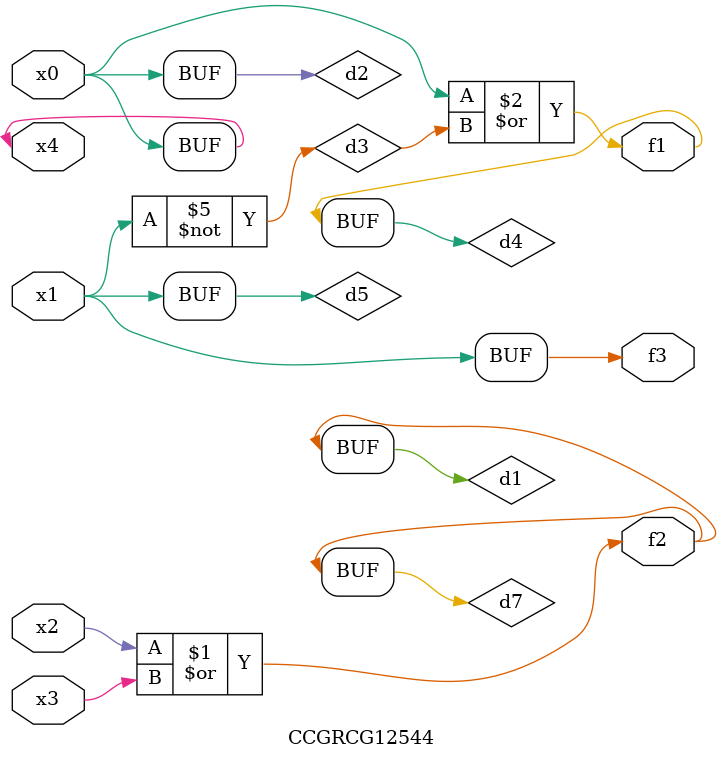
<source format=v>
module CCGRCG12544(
	input x0, x1, x2, x3, x4,
	output f1, f2, f3
);

	wire d1, d2, d3, d4, d5, d6, d7;

	or (d1, x2, x3);
	buf (d2, x0, x4);
	not (d3, x1);
	or (d4, d2, d3);
	not (d5, d3);
	nand (d6, d1, d3);
	or (d7, d1);
	assign f1 = d4;
	assign f2 = d7;
	assign f3 = d5;
endmodule

</source>
